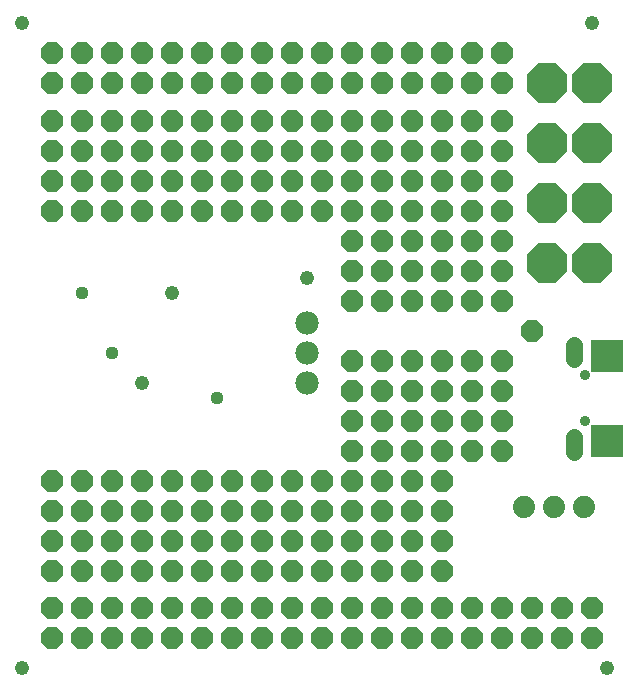
<source format=gbs>
G75*
%MOIN*%
%OFA0B0*%
%FSLAX25Y25*%
%IPPOS*%
%LPD*%
%AMOC8*
5,1,8,0,0,1.08239X$1,22.5*
%
%ADD10OC8,0.07100*%
%ADD11C,0.07400*%
%ADD12OC8,0.13300*%
%ADD13C,0.07800*%
%ADD14C,0.05556*%
%ADD15R,0.10643X0.10643*%
%ADD16C,0.03556*%
%ADD17C,0.04762*%
%ADD18C,0.04400*%
D10*
X0072311Y0038933D03*
X0082311Y0038933D03*
X0092311Y0038933D03*
X0102311Y0038933D03*
X0112311Y0038933D03*
X0122311Y0038933D03*
X0132311Y0038933D03*
X0142311Y0038933D03*
X0152311Y0038933D03*
X0162311Y0038933D03*
X0172311Y0038933D03*
X0182311Y0038933D03*
X0192311Y0038933D03*
X0202311Y0038933D03*
X0212311Y0038933D03*
X0222311Y0038933D03*
X0232311Y0038933D03*
X0242311Y0038933D03*
X0252311Y0038933D03*
X0252311Y0048933D03*
X0242311Y0048933D03*
X0232311Y0048933D03*
X0222311Y0048933D03*
X0212311Y0048933D03*
X0202311Y0048933D03*
X0192311Y0048933D03*
X0182311Y0048933D03*
X0172311Y0048933D03*
X0162311Y0048933D03*
X0152311Y0048933D03*
X0142311Y0048933D03*
X0132311Y0048933D03*
X0122311Y0048933D03*
X0112311Y0048933D03*
X0102311Y0048933D03*
X0092311Y0048933D03*
X0082311Y0048933D03*
X0072311Y0048933D03*
X0072311Y0061433D03*
X0082311Y0061433D03*
X0092311Y0061433D03*
X0102311Y0061433D03*
X0112311Y0061433D03*
X0122311Y0061433D03*
X0132311Y0061433D03*
X0142311Y0061433D03*
X0152311Y0061433D03*
X0162311Y0061433D03*
X0172311Y0061433D03*
X0182311Y0061433D03*
X0192311Y0061433D03*
X0202311Y0061433D03*
X0202311Y0071433D03*
X0202311Y0081433D03*
X0202311Y0091433D03*
X0202311Y0101433D03*
X0212311Y0101433D03*
X0222311Y0101433D03*
X0222311Y0111433D03*
X0212311Y0111433D03*
X0212311Y0121433D03*
X0222311Y0121433D03*
X0222311Y0131433D03*
X0212311Y0131433D03*
X0202311Y0131433D03*
X0202311Y0121433D03*
X0202311Y0111433D03*
X0192311Y0111433D03*
X0182311Y0111433D03*
X0182311Y0101433D03*
X0192311Y0101433D03*
X0192311Y0091433D03*
X0182311Y0091433D03*
X0182311Y0081433D03*
X0192311Y0081433D03*
X0192311Y0071433D03*
X0182311Y0071433D03*
X0172311Y0071433D03*
X0162311Y0071433D03*
X0162311Y0081433D03*
X0172311Y0081433D03*
X0172311Y0091433D03*
X0172311Y0101433D03*
X0162311Y0091433D03*
X0152311Y0091433D03*
X0152311Y0081433D03*
X0152311Y0071433D03*
X0142311Y0071433D03*
X0132311Y0071433D03*
X0132311Y0081433D03*
X0142311Y0081433D03*
X0142311Y0091433D03*
X0132311Y0091433D03*
X0122311Y0091433D03*
X0112311Y0091433D03*
X0112311Y0081433D03*
X0122311Y0081433D03*
X0122311Y0071433D03*
X0112311Y0071433D03*
X0102311Y0071433D03*
X0092311Y0071433D03*
X0092311Y0081433D03*
X0102311Y0081433D03*
X0102311Y0091433D03*
X0092311Y0091433D03*
X0082311Y0091433D03*
X0082311Y0081433D03*
X0082311Y0071433D03*
X0072311Y0071433D03*
X0072311Y0081433D03*
X0072311Y0091433D03*
X0072311Y0181433D03*
X0082311Y0181433D03*
X0092311Y0181433D03*
X0102311Y0181433D03*
X0112311Y0181433D03*
X0122311Y0181433D03*
X0132311Y0181433D03*
X0142311Y0181433D03*
X0152311Y0181433D03*
X0162311Y0181433D03*
X0172311Y0181433D03*
X0182311Y0181433D03*
X0192311Y0181433D03*
X0202311Y0181433D03*
X0212311Y0181433D03*
X0222311Y0181433D03*
X0222311Y0171433D03*
X0212311Y0171433D03*
X0212311Y0161433D03*
X0222311Y0161433D03*
X0222311Y0151433D03*
X0212311Y0151433D03*
X0202311Y0151433D03*
X0202311Y0161433D03*
X0202311Y0171433D03*
X0192311Y0171433D03*
X0182311Y0171433D03*
X0182311Y0161433D03*
X0192311Y0161433D03*
X0192311Y0151433D03*
X0182311Y0151433D03*
X0172311Y0151433D03*
X0172311Y0161433D03*
X0172311Y0171433D03*
X0172311Y0191433D03*
X0162311Y0191433D03*
X0162311Y0201433D03*
X0172311Y0201433D03*
X0182311Y0201433D03*
X0192311Y0201433D03*
X0202311Y0201433D03*
X0212311Y0201433D03*
X0222311Y0201433D03*
X0222311Y0191433D03*
X0212311Y0191433D03*
X0202311Y0191433D03*
X0192311Y0191433D03*
X0182311Y0191433D03*
X0182311Y0211433D03*
X0192311Y0211433D03*
X0202311Y0211433D03*
X0212311Y0211433D03*
X0222311Y0211433D03*
X0222311Y0223933D03*
X0212311Y0223933D03*
X0212311Y0233933D03*
X0222311Y0233933D03*
X0202311Y0233933D03*
X0202311Y0223933D03*
X0192311Y0223933D03*
X0182311Y0223933D03*
X0182311Y0233933D03*
X0192311Y0233933D03*
X0172311Y0233933D03*
X0162311Y0233933D03*
X0162311Y0223933D03*
X0172311Y0223933D03*
X0172311Y0211433D03*
X0162311Y0211433D03*
X0152311Y0211433D03*
X0152311Y0201433D03*
X0152311Y0191433D03*
X0142311Y0191433D03*
X0132311Y0191433D03*
X0132311Y0201433D03*
X0142311Y0201433D03*
X0142311Y0211433D03*
X0132311Y0211433D03*
X0122311Y0211433D03*
X0112311Y0211433D03*
X0112311Y0201433D03*
X0122311Y0201433D03*
X0122311Y0191433D03*
X0112311Y0191433D03*
X0102311Y0191433D03*
X0092311Y0191433D03*
X0092311Y0201433D03*
X0102311Y0201433D03*
X0102311Y0211433D03*
X0092311Y0211433D03*
X0082311Y0211433D03*
X0082311Y0201433D03*
X0082311Y0191433D03*
X0072311Y0191433D03*
X0072311Y0201433D03*
X0072311Y0211433D03*
X0072311Y0223933D03*
X0082311Y0223933D03*
X0092311Y0223933D03*
X0102311Y0223933D03*
X0112311Y0223933D03*
X0122311Y0223933D03*
X0132311Y0223933D03*
X0142311Y0223933D03*
X0152311Y0223933D03*
X0152311Y0233933D03*
X0142311Y0233933D03*
X0132311Y0233933D03*
X0122311Y0233933D03*
X0112311Y0233933D03*
X0102311Y0233933D03*
X0092311Y0233933D03*
X0082311Y0233933D03*
X0072311Y0233933D03*
X0172311Y0131433D03*
X0182311Y0131433D03*
X0192311Y0131433D03*
X0192311Y0121433D03*
X0182311Y0121433D03*
X0172311Y0121433D03*
X0172311Y0111433D03*
X0232311Y0141433D03*
D11*
X0229519Y0082758D03*
X0239519Y0082758D03*
X0249519Y0082758D03*
D12*
X0252311Y0163933D03*
X0237311Y0163933D03*
X0237311Y0183933D03*
X0252311Y0183933D03*
X0252311Y0203933D03*
X0237311Y0203933D03*
X0237311Y0223933D03*
X0252311Y0223933D03*
D13*
X0157311Y0143933D03*
X0157311Y0133933D03*
X0157311Y0123933D03*
D14*
X0246267Y0131925D02*
X0246267Y0136681D01*
X0246267Y0105941D02*
X0246267Y0101185D01*
D15*
X0257291Y0104760D03*
X0257291Y0133106D03*
D16*
X0249811Y0126610D03*
X0249811Y0111256D03*
D17*
X0062311Y0028933D03*
X0102311Y0123933D03*
X0112311Y0153933D03*
X0157311Y0158933D03*
X0252311Y0243933D03*
X0062311Y0243933D03*
X0257311Y0028933D03*
D18*
X0127311Y0118933D03*
X0092311Y0133933D03*
X0082311Y0153933D03*
M02*

</source>
